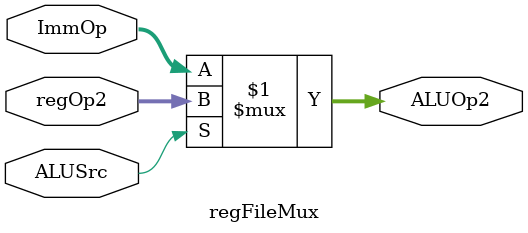
<source format=sv>

module regFileMux# (
    parameter Data_Width = 32

) (
    //Interface signals
    input logic [Data_Width-1:0] regOp2, //Output if mux select is 0
    input logic [Data_Width-1:0] ImmOp, //Output if mux select is 1
    input logic ALUSrc, //mux select
    output logic [Data_Width-1:0] ALUOp2 //2nd output of ALU
);

assign ALUOp2 = (ALUSrc) ? regOp2:ImmOp;

endmodule


</source>
